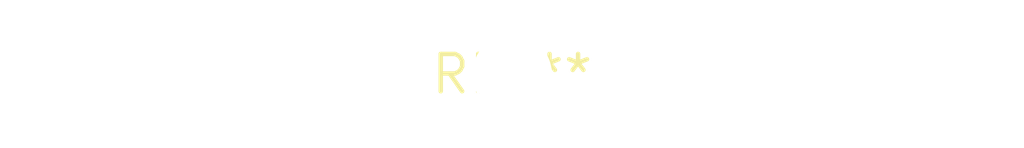
<source format=kicad_pcb>
(kicad_pcb (version 20240108) (generator pcbnew)
  (layers (0 "F.Cu" signal) (31 "B.Cu" signal) (34 "B.Paste" user) (35 "F.Paste" user) (36 "B.SilkS" user "B.Silkscreen") (37 "F.SilkS" user "F.Silkscreen") (38 "B.Mask" user) (39 "F.Mask" user) (44 "Edge.Cuts" user))
  (net 0 "")
  (footprint "MountingHole_2.7mm_M2.5_ISO7380" (layer "F.Cu") (at 0 0)
    (property "Reference" "REF**")
    (property "Value" "MountingHole_2.7mm_M2.5_ISO7380")
    (pad "" np_thru_hole circle (at 0 0) (size 2.7 2.7) (drill 2.7) (layers *.Cu *.Mask))
  )
)
</source>
